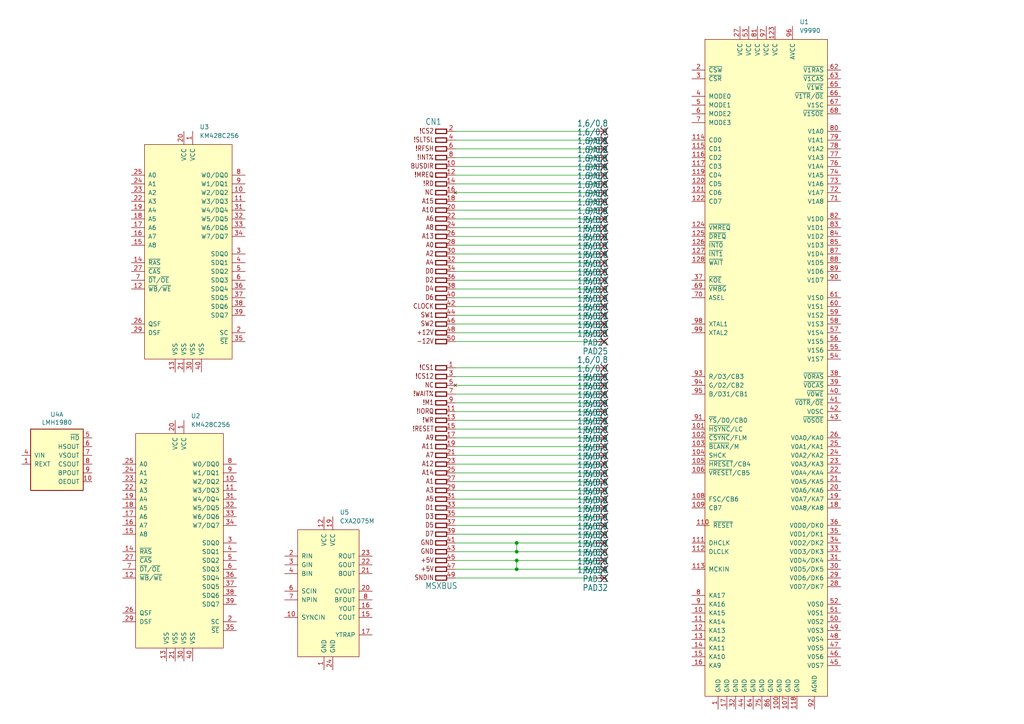
<source format=kicad_sch>
(kicad_sch (version 20211123) (generator eeschema)
  (paper "A4")
  (lib_symbols
    (symbol "BlankMSXCartHSH-eagle-import:1,6{slash}0,8"
      (property "Reference" "PAD" (at -1.143 1.8542 0))
      (property "Value" "1,6{slash}0,8" (at -1.143 -3.302 0))
      (symbol "1,6{slash}0,8_1_0"
        (pin passive line (at 2.54 0 180) (length 2.54) (name "P") (number "1"))
      )
    )
    (symbol "BlankMSXCartHSH-eagle-import:MSXBUS_EDGE"
      (property "Reference" "CN" (at -6.223 67.8688 0))
      (property "Value" "MSXBUS_EDGE" (at -6.223 -66.7512 0))
      (symbol "MSXBUS_EDGE_1_0"
        (text "!CS1" (at -3.683 -3.2512 0) (effects (font (size 1.4224 1.209)) (justify right bottom)))
        (text "!CS12" (at -3.683 -5.7912 0) (effects (font (size 1.4224 1.209)) (justify right bottom)))
        (text "!CS2" (at -3.683 65.3288 0) (effects (font (size 1.4224 1.209)) (justify right bottom)))
        (text "!INT%" (at -3.683 57.7088 0) (effects (font (size 1.4224 1.209)) (justify right bottom)))
        (text "!IORQ" (at -3.683 -15.9512 0) (effects (font (size 1.4224 1.209)) (justify right bottom)))
        (text "!M1" (at -3.683 -13.4112 0) (effects (font (size 1.4224 1.209)) (justify right bottom)))
        (text "!MREQ" (at -3.683 52.6288 0) (effects (font (size 1.4224 1.209)) (justify right bottom)))
        (text "!RD" (at -3.683 50.0888 0) (effects (font (size 1.4224 1.209)) (justify right bottom)))
        (text "!RESET" (at -3.683 -21.0312 0) (effects (font (size 1.4224 1.209)) (justify right bottom)))
        (text "!RFSH" (at -3.683 60.2488 0) (effects (font (size 1.4224 1.209)) (justify right bottom)))
        (text "!SLTSL" (at -3.683 62.7888 0) (effects (font (size 1.4224 1.209)) (justify right bottom)))
        (text "!WAIT%" (at -3.683 -10.8712 0) (effects (font (size 1.4224 1.209)) (justify right bottom)))
        (text "!WR" (at -3.683 -18.4912 0) (effects (font (size 1.4224 1.209)) (justify right bottom)))
        (text "+12V" (at -3.683 6.9088 0) (effects (font (size 1.4224 1.209)) (justify right bottom)))
        (text "+5V" (at -3.683 -61.6712 0) (effects (font (size 1.4224 1.209)) (justify right bottom)))
        (text "+5V" (at -3.683 -59.1312 0) (effects (font (size 1.4224 1.209)) (justify right bottom)))
        (text "-12V" (at -3.683 4.3688 0) (effects (font (size 1.4224 1.209)) (justify right bottom)))
        (text "A0" (at -3.683 32.3088 0) (effects (font (size 1.4224 1.209)) (justify right bottom)))
        (text "A1" (at -3.683 -36.2712 0) (effects (font (size 1.4224 1.209)) (justify right bottom)))
        (text "A10" (at -3.683 42.4688 0) (effects (font (size 1.4224 1.209)) (justify right bottom)))
        (text "A11" (at -3.683 -26.1112 0) (effects (font (size 1.4224 1.209)) (justify right bottom)))
        (text "A12" (at -3.683 -31.1912 0) (effects (font (size 1.4224 1.209)) (justify right bottom)))
        (text "A13" (at -3.683 34.8488 0) (effects (font (size 1.4224 1.209)) (justify right bottom)))
        (text "A14" (at -3.683 -33.7312 0) (effects (font (size 1.4224 1.209)) (justify right bottom)))
        (text "A15" (at -3.683 45.0088 0) (effects (font (size 1.4224 1.209)) (justify right bottom)))
        (text "A2" (at -3.683 29.7688 0) (effects (font (size 1.4224 1.209)) (justify right bottom)))
        (text "A3" (at -3.683 -38.8112 0) (effects (font (size 1.4224 1.209)) (justify right bottom)))
        (text "A4" (at -3.683 27.2288 0) (effects (font (size 1.4224 1.209)) (justify right bottom)))
        (text "A5" (at -3.683 -41.3512 0) (effects (font (size 1.4224 1.209)) (justify right bottom)))
        (text "A6" (at -3.683 39.9288 0) (effects (font (size 1.4224 1.209)) (justify right bottom)))
        (text "A7" (at -3.683 -28.6512 0) (effects (font (size 1.4224 1.209)) (justify right bottom)))
        (text "A8" (at -3.683 37.3888 0) (effects (font (size 1.4224 1.209)) (justify right bottom)))
        (text "A9" (at -3.683 -23.5712 0) (effects (font (size 1.4224 1.209)) (justify right bottom)))
        (text "BUSDIR" (at -3.683 55.1688 0) (effects (font (size 1.4224 1.209)) (justify right bottom)))
        (text "CLOCK" (at -3.683 14.5288 0) (effects (font (size 1.4224 1.209)) (justify right bottom)))
        (text "D0" (at -3.683 24.6888 0) (effects (font (size 1.4224 1.209)) (justify right bottom)))
        (text "D1" (at -3.683 -43.8912 0) (effects (font (size 1.4224 1.209)) (justify right bottom)))
        (text "D2" (at -3.683 22.1488 0) (effects (font (size 1.4224 1.209)) (justify right bottom)))
        (text "D3" (at -3.683 -46.4312 0) (effects (font (size 1.4224 1.209)) (justify right bottom)))
        (text "D4" (at -3.683 19.6088 0) (effects (font (size 1.4224 1.209)) (justify right bottom)))
        (text "D5" (at -3.683 -48.9712 0) (effects (font (size 1.4224 1.209)) (justify right bottom)))
        (text "D6" (at -3.683 17.0688 0) (effects (font (size 1.4224 1.209)) (justify right bottom)))
        (text "D7" (at -3.683 -51.5112 0) (effects (font (size 1.4224 1.209)) (justify right bottom)))
        (text "GND" (at -3.683 -56.5912 0) (effects (font (size 1.4224 1.209)) (justify right bottom)))
        (text "GND" (at -3.683 -54.0512 0) (effects (font (size 1.4224 1.209)) (justify right bottom)))
        (text "NC" (at -3.683 -8.3312 0) (effects (font (size 1.4224 1.209)) (justify right bottom)))
        (text "NC" (at -3.683 47.5488 0) (effects (font (size 1.4224 1.209)) (justify right bottom)))
        (text "SNDIN" (at -3.683 -64.2112 0) (effects (font (size 1.4224 1.209)) (justify right bottom)))
        (text "SW1" (at -3.683 11.9888 0) (effects (font (size 1.4224 1.209)) (justify right bottom)))
        (text "SW2" (at -3.683 9.4488 0) (effects (font (size 1.4224 1.209)) (justify right bottom)))
        (pin output line (at 2.54 -2.54 180) (length 2.54) (name "1.~{CS1}") (number "1"))
        (pin open_collector line (at 2.54 55.88 180) (length 2.54) (name "10.BUSDIR") (number "10"))
        (pin output line (at 2.54 -15.24 180) (length 2.54) (name "11.~{IORQ}") (number "11"))
        (pin output line (at 2.54 53.34 180) (length 2.54) (name "12.~{MREQ}") (number "12"))
        (pin output line (at 2.54 -17.78 180) (length 2.54) (name "13.~{WR}") (number "13"))
        (pin output line (at 2.54 50.8 180) (length 2.54) (name "14.~{RD}") (number "14"))
        (pin output line (at 2.54 -20.32 180) (length 2.54) (name "15.~{RESET}") (number "15"))
        (pin no_connect line (at 2.54 48.26 180) (length 2.54) (name "16.NC") (number "16"))
        (pin output line (at 2.54 -22.86 180) (length 2.54) (name "17.A9") (number "17"))
        (pin output line (at 2.54 45.72 180) (length 2.54) (name "18.A15") (number "18"))
        (pin output line (at 2.54 -25.4 180) (length 2.54) (name "19.A11") (number "19"))
        (pin output line (at 2.54 66.04 180) (length 2.54) (name "2.~{CS2}") (number "2"))
        (pin output line (at 2.54 43.18 180) (length 2.54) (name "20.A10") (number "20"))
        (pin output line (at 2.54 -27.94 180) (length 2.54) (name "21.A7") (number "21"))
        (pin output line (at 2.54 40.64 180) (length 2.54) (name "22.A6") (number "22"))
        (pin output line (at 2.54 -30.48 180) (length 2.54) (name "23.A12") (number "23"))
        (pin output line (at 2.54 38.1 180) (length 2.54) (name "24.A8") (number "24"))
        (pin output line (at 2.54 -33.02 180) (length 2.54) (name "25.A14") (number "25"))
        (pin output line (at 2.54 35.56 180) (length 2.54) (name "26.A13") (number "26"))
        (pin output line (at 2.54 -35.56 180) (length 2.54) (name "27.A1") (number "27"))
        (pin output line (at 2.54 33.02 180) (length 2.54) (name "28.A0") (number "28"))
        (pin output line (at 2.54 -38.1 180) (length 2.54) (name "29.A3") (number "29"))
        (pin output line (at 2.54 -5.08 180) (length 2.54) (name "3.~{CS12}") (number "3"))
        (pin output line (at 2.54 30.48 180) (length 2.54) (name "30.A2") (number "30"))
        (pin output line (at 2.54 -40.64 180) (length 2.54) (name "31.A5") (number "31"))
        (pin output line (at 2.54 27.94 180) (length 2.54) (name "32.A4") (number "32"))
        (pin bidirectional line (at 2.54 -43.18 180) (length 2.54) (name "33.D1") (number "33"))
        (pin bidirectional line (at 2.54 25.4 180) (length 2.54) (name "34.D0") (number "34"))
        (pin bidirectional line (at 2.54 -45.72 180) (length 2.54) (name "35.D3") (number "35"))
        (pin bidirectional line (at 2.54 22.86 180) (length 2.54) (name "36.D2") (number "36"))
        (pin bidirectional line (at 2.54 -48.26 180) (length 2.54) (name "37.D5") (number "37"))
        (pin bidirectional line (at 2.54 20.32 180) (length 2.54) (name "38.D4") (number "38"))
        (pin bidirectional line (at 2.54 -50.8 180) (length 2.54) (name "39.D7") (number "39"))
        (pin output line (at 2.54 63.5 180) (length 2.54) (name "4.~{SLTSL}") (number "4"))
        (pin bidirectional line (at 2.54 17.78 180) (length 2.54) (name "40.D6") (number "40"))
        (pin passive line (at 2.54 -53.34 180) (length 2.54) (name "41.GND") (number "41"))
        (pin output line (at 2.54 15.24 180) (length 2.54) (name "42.CLOCK") (number "42"))
        (pin passive line (at 2.54 -55.88 180) (length 2.54) (name "43.GND") (number "43"))
        (pin passive line (at 2.54 12.7 180) (length 2.54) (name "44.SW1") (number "44"))
        (pin passive line (at 2.54 -58.42 180) (length 2.54) (name "45.+5V") (number "45"))
        (pin passive line (at 2.54 10.16 180) (length 2.54) (name "46.SW2") (number "46"))
        (pin passive line (at 2.54 -60.96 180) (length 2.54) (name "47.+5V") (number "47"))
        (pin passive line (at 2.54 7.62 180) (length 2.54) (name "48.+12V") (number "48"))
        (pin open_collector line (at 2.54 -63.5 180) (length 2.54) (name "49.SNDIN") (number "49"))
        (pin no_connect line (at 2.54 -7.62 180) (length 2.54) (name "5.NC") (number "5"))
        (pin passive line (at 2.54 5.08 180) (length 2.54) (name "50.-12V") (number "50"))
        (pin output line (at 2.54 60.96 180) (length 2.54) (name "6.~{RFSH}") (number "6"))
        (pin open_collector line (at 2.54 -10.16 180) (length 2.54) (name "7.~{WAIT%}") (number "7"))
        (pin open_collector line (at 2.54 58.42 180) (length 2.54) (name "8.~{INT%}") (number "8"))
        (pin output line (at 2.54 -12.7 180) (length 2.54) (name "9.~{M1}") (number "9"))
      )
    )
    (symbol "LRJ-parts:LMH1980" (pin_names (offset 1.016))
      (property "Reference" "U" (at -11.43 11.43 0))
      (property "Value" "LMH1980" (at 3.81 11.43 0))
      (symbol "LMH1980_1_1"
        (pin input line (at -10.16 0 0) (length 2.54) (name "REXT") (number "1"))
        (pin output line (at 10.16 -5.08 180) (length 2.54) (name "OEOUT") (number "10"))
        (pin input line (at -10.16 2.54 0) (length 2.54) (name "VIN") (number "4"))
        (pin output line (at 10.16 7.62 180) (length 2.54) (name "~{HD}") (number "5"))
        (pin output line (at 10.16 5.08 180) (length 2.54) (name "HSOUT") (number "6"))
        (pin output line (at 10.16 2.54 180) (length 2.54) (name "VSOUT") (number "7"))
        (pin output line (at 10.16 0 180) (length 2.54) (name "CSOUT") (number "8"))
        (pin output line (at 10.16 -2.54 180) (length 2.54) (name "BPOUT") (number "9"))
      )
      (symbol "LMH1980_2_1"
        (pin power_in line (at 0 -7.62 90) (length 2.54) (name "GND") (number "2"))
        (pin power_in line (at 0 7.62 270) (length 2.54) (name "VCC") (number "3"))
      )
    )
    (symbol "TRH9000:CXA2075M" (pin_names (offset 1.016))
      (property "Reference" "U" (at -8.89 20.32 0))
      (property "Value" "CXA2075M" (at 7.62 20.32 0))
      (symbol "CXA2075M_1_1"
        (pin power_in line (at -1.27 -21.59 90) (length 3.81) (name "GND") (number "1"))
        (pin input line (at -12.7 -6.35 0) (length 3.81) (name "SYNCIN") (number "10"))
        (pin no_connect line (at -12.7 -8.89 0) (length 3.81) hide (name "NC") (number "11"))
        (pin power_in line (at -1.27 22.86 270) (length 3.81) (name "VCC") (number "12"))
        (pin no_connect line (at 12.7 13.97 180) (length 3.81) hide (name "NC") (number "13"))
        (pin no_connect line (at 11.43 -8.89 180) (length 3.81) hide (name "NC") (number "14"))
        (pin output line (at 12.7 -6.35 180) (length 3.81) (name "COUT") (number "15"))
        (pin output line (at 12.7 -3.81 180) (length 3.81) (name "YOUT") (number "16"))
        (pin input line (at 12.7 -11.43 180) (length 3.81) (name "YTRAP") (number "17"))
        (pin no_connect line (at 11.43 -13.97 180) (length 3.81) hide (name "NC") (number "18"))
        (pin power_in line (at 1.27 22.86 270) (length 3.81) (name "VCC") (number "19"))
        (pin input line (at -12.7 11.43 0) (length 3.81) (name "RIN") (number "2"))
        (pin output line (at 12.7 1.27 180) (length 3.81) (name "CVOUT") (number "20"))
        (pin output line (at 12.7 6.35 180) (length 3.81) (name "BOUT") (number "21"))
        (pin output line (at 12.7 8.89 180) (length 3.81) (name "GOUT") (number "22"))
        (pin output line (at 12.7 11.43 180) (length 3.81) (name "ROUT") (number "23"))
        (pin power_in line (at 1.27 -21.59 90) (length 3.81) (name "GND") (number "24"))
        (pin input line (at -12.7 8.89 0) (length 3.81) (name "GIN") (number "3"))
        (pin input line (at -12.7 6.35 0) (length 3.81) (name "BIN") (number "4"))
        (pin no_connect line (at -12.7 3.81 0) (length 3.81) hide (name "NC") (number "5"))
        (pin input line (at -12.7 1.27 0) (length 3.81) (name "SCIN") (number "6"))
        (pin input line (at -12.7 -1.27 0) (length 3.81) (name "NPIN") (number "7"))
        (pin output line (at 12.7 -1.27 180) (length 3.81) (name "BFOUT") (number "8"))
        (pin no_connect line (at -12.7 -3.81 0) (length 3.81) hide (name "NC") (number "9"))
      )
    )
    (symbol "TRH9000:KM428C256" (pin_names (offset 1.016))
      (property "Reference" "U" (at -11.43 30.48 0))
      (property "Value" "KM428C256" (at 8.89 30.48 0))
      (symbol "KM428C256_1_1"
        (pin power_in line (at 1.27 33.02 270) (length 3.81) (name "VCC") (number "1"))
        (pin bidirectional line (at 16.51 15.24 180) (length 3.81) (name "W2/DQ2") (number "10"))
        (pin bidirectional line (at 16.51 12.7 180) (length 3.81) (name "W3/DQ3") (number "11"))
        (pin input line (at -16.51 -12.7 0) (length 3.81) (name "~{WB}/~{WE}") (number "12"))
        (pin power_in line (at -3.81 -36.83 90) (length 3.81) (name "VSS") (number "13"))
        (pin input line (at -16.51 -5.08 0) (length 3.81) (name "~{RAS}") (number "14"))
        (pin input line (at -16.51 0 0) (length 3.81) (name "A8") (number "15"))
        (pin input line (at -16.51 2.54 0) (length 3.81) (name "A7") (number "16"))
        (pin input line (at -16.51 5.08 0) (length 3.81) (name "A6") (number "17"))
        (pin input line (at -16.51 7.62 0) (length 3.81) (name "A5") (number "18"))
        (pin input line (at -16.51 10.16 0) (length 3.81) (name "A4") (number "19"))
        (pin input line (at 16.51 -25.4 180) (length 3.81) (name "SC") (number "2"))
        (pin power_in line (at -1.27 33.02 270) (length 3.81) (name "VCC") (number "20"))
        (pin power_in line (at -1.27 -36.83 90) (length 3.81) (name "VSS") (number "21"))
        (pin input line (at -16.51 12.7 0) (length 3.81) (name "A3") (number "22"))
        (pin input line (at -16.51 15.24 0) (length 3.81) (name "A2") (number "23"))
        (pin input line (at -16.51 17.78 0) (length 3.81) (name "A1") (number "24"))
        (pin input line (at -16.51 20.32 0) (length 3.81) (name "A0") (number "25"))
        (pin input line (at -16.51 -22.86 0) (length 3.81) (name "QSF") (number "26"))
        (pin input line (at -16.51 -7.62 0) (length 3.81) (name "~{CAS}") (number "27"))
        (pin no_connect line (at 16.51 0 180) (length 3.81) hide (name "N/C") (number "28"))
        (pin input line (at -16.51 -25.4 0) (length 3.81) (name "DSF") (number "29"))
        (pin bidirectional line (at 16.51 -2.54 180) (length 3.81) (name "SDQ0") (number "3"))
        (pin power_in line (at 1.27 -36.83 90) (length 3.81) (name "VSS") (number "30"))
        (pin bidirectional line (at 16.51 10.16 180) (length 3.81) (name "W4/DQ4") (number "31"))
        (pin bidirectional line (at 16.51 7.62 180) (length 3.81) (name "W5/DQ5") (number "32"))
        (pin bidirectional line (at 16.51 5.08 180) (length 3.81) (name "W6/DQ6") (number "33"))
        (pin bidirectional line (at 16.51 2.54 180) (length 3.81) (name "W7/DQ7") (number "34"))
        (pin input line (at 16.51 -27.94 180) (length 3.81) (name "~{SE}") (number "35"))
        (pin bidirectional line (at 16.51 -12.7 180) (length 3.81) (name "SDQ4") (number "36"))
        (pin bidirectional line (at 16.51 -15.24 180) (length 3.81) (name "SDQ5") (number "37"))
        (pin bidirectional line (at 16.51 -17.78 180) (length 3.81) (name "SDQ6") (number "38"))
        (pin bidirectional line (at 16.51 -20.32 180) (length 3.81) (name "SDQ7") (number "39"))
        (pin bidirectional line (at 16.51 -5.08 180) (length 3.81) (name "SDQ1") (number "4"))
        (pin power_in line (at 3.81 -36.83 90) (length 3.81) (name "VSS") (number "40"))
        (pin bidirectional line (at 16.51 -7.62 180) (length 3.81) (name "SDQ2") (number "5"))
        (pin bidirectional line (at 16.51 -10.16 180) (length 3.81) (name "SDQ3") (number "6"))
        (pin input line (at -16.51 -10.16 0) (length 3.81) (name "~{DT}/~{OE}") (number "7"))
        (pin bidirectional line (at 16.51 20.32 180) (length 3.81) (name "W0/DQ0") (number "8"))
        (pin bidirectional line (at 16.51 17.78 180) (length 3.81) (name "W1/DQ1") (number "9"))
      )
    )
    (symbol "TRH9000:V9990-old" (pin_names (offset 1.016))
      (property "Reference" "U" (at 0 0 0))
      (property "Value" "V9990-old" (at 0 0 0))
      (symbol "V9990-old_1_1"
        (pin power_in line (at -13.97 -99.06 90) (length 3.81) (name "GND") (number "1"))
        (pin output line (at -21.59 -71.12 0) (length 3.81) (name "KA15") (number "10"))
        (pin power_in line (at 3.81 -99.06 90) (length 3.81) (name "GND") (number "100"))
        (pin output line (at -21.59 -17.78 0) (length 3.81) (name "~{HSYNC}/LC") (number "101"))
        (pin output line (at -21.59 -20.32 0) (length 3.81) (name "~{CSYNC}/FLM") (number "102"))
        (pin output line (at -21.59 -22.86 0) (length 3.81) (name "~{BLANK}/M") (number "103"))
        (pin output line (at -21.59 -25.4 0) (length 3.81) (name "SHCK") (number "104"))
        (pin bidirectional line (at -21.59 -27.94 0) (length 3.81) (name "~{HRESET}/CB4") (number "105"))
        (pin bidirectional line (at -21.59 -30.48 0) (length 3.81) (name "~{VRESET}/CB5") (number "106"))
        (pin power_in line (at 6.35 -99.06 90) (length 3.81) (name "GND") (number "107"))
        (pin output line (at -21.59 -38.1 0) (length 3.81) (name "FSC/CB6") (number "108"))
        (pin output line (at -21.59 -40.64 0) (length 3.81) (name "CB7") (number "109"))
        (pin output line (at -21.59 -73.66 0) (length 3.81) (name "KA14") (number "11"))
        (pin input line (at -20.32 -45.72 0) (length 3.81) (name "~{RESET}") (number "110"))
        (pin output line (at -21.59 -50.8 0) (length 3.81) (name "DHCLK") (number "111"))
        (pin output line (at -21.59 -53.34 0) (length 3.81) (name "DLCLK") (number "112"))
        (pin input line (at -21.59 -58.42 0) (length 3.81) (name "MCKIN") (number "113"))
        (pin bidirectional line (at -21.59 66.04 0) (length 3.81) (name "CD0") (number "114"))
        (pin bidirectional line (at -21.59 63.5 0) (length 3.81) (name "CD1") (number "115"))
        (pin bidirectional line (at -21.59 60.96 0) (length 3.81) (name "CD2") (number "116"))
        (pin bidirectional line (at -21.59 58.42 0) (length 3.81) (name "CD3") (number "117"))
        (pin power_in line (at 8.89 -99.06 90) (length 3.81) (name "GND") (number "118"))
        (pin bidirectional line (at -21.59 55.88 0) (length 3.81) (name "CD4") (number "119"))
        (pin output line (at -21.59 -76.2 0) (length 3.81) (name "KA13") (number "12"))
        (pin bidirectional line (at -21.59 53.34 0) (length 3.81) (name "CD5") (number "120"))
        (pin bidirectional line (at -21.59 50.8 0) (length 3.81) (name "CD6") (number "121"))
        (pin bidirectional line (at -21.59 48.26 0) (length 3.81) (name "CD7") (number "122"))
        (pin power_in line (at 2.54 99.06 270) (length 3.81) (name "VCC") (number "123"))
        (pin input line (at -21.59 40.64 0) (length 3.81) (name "~{VMREQ}") (number "124"))
        (pin output line (at -21.59 38.1 0) (length 3.81) (name "~{DREQ}") (number "125"))
        (pin open_collector line (at -21.59 35.56 0) (length 3.81) (name "~{INT0}") (number "126"))
        (pin open_collector line (at -21.59 33.02 0) (length 3.81) (name "~{INT1}") (number "127"))
        (pin output line (at -21.59 30.48 0) (length 3.81) (name "~{WAIT}") (number "128"))
        (pin output line (at -21.59 -78.74 0) (length 3.81) (name "KA12") (number "13"))
        (pin output line (at -21.59 -81.28 0) (length 3.81) (name "KA11") (number "14"))
        (pin output line (at -21.59 -83.82 0) (length 3.81) (name "KA10") (number "15"))
        (pin output line (at -21.59 -86.36 0) (length 3.81) (name "KA9") (number "16"))
        (pin power_in line (at -11.43 -99.06 90) (length 3.81) (name "GND") (number "17"))
        (pin output line (at 21.59 -40.64 180) (length 3.81) (name "V0A8/KA8") (number "18"))
        (pin output line (at 21.59 -38.1 180) (length 3.81) (name "V0A7/KA7") (number "19"))
        (pin input line (at -21.59 86.36 0) (length 3.81) (name "~{CSW}") (number "2"))
        (pin output line (at 21.59 -35.56 180) (length 3.81) (name "V0A6/KA6") (number "20"))
        (pin output line (at 21.59 -33.02 180) (length 3.81) (name "V0A5/KA5") (number "21"))
        (pin output line (at 21.59 -30.48 180) (length 3.81) (name "V0A4/KA4") (number "22"))
        (pin output line (at 21.59 -27.94 180) (length 3.81) (name "V0A3/KA3") (number "23"))
        (pin output line (at 21.59 -25.4 180) (length 3.81) (name "V0A2/KA2") (number "24"))
        (pin output line (at 21.59 -22.86 180) (length 3.81) (name "V0A1/KA1") (number "25"))
        (pin output line (at 21.59 -20.32 180) (length 3.81) (name "V0A0/KA0") (number "26"))
        (pin power_in line (at -7.62 99.06 270) (length 3.81) (name "VCC") (number "27"))
        (pin bidirectional line (at 21.59 -63.5 180) (length 3.81) (name "V0D7/DK7") (number "28"))
        (pin bidirectional line (at 21.59 -60.96 180) (length 3.81) (name "V0D6/DK6") (number "29"))
        (pin input line (at -21.59 83.82 0) (length 3.81) (name "~{CSR}") (number "3"))
        (pin bidirectional line (at 21.59 -58.42 180) (length 3.81) (name "V0D5/DK5") (number "30"))
        (pin bidirectional line (at 21.59 -55.88 180) (length 3.81) (name "V0D4/DK4") (number "31"))
        (pin power_in line (at -8.89 -99.06 90) (length 3.81) (name "GND") (number "32"))
        (pin bidirectional line (at 21.59 -53.34 180) (length 3.81) (name "V0D3/DK3") (number "33"))
        (pin bidirectional line (at 21.59 -50.8 180) (length 3.81) (name "V0D2/DK2") (number "34"))
        (pin bidirectional line (at 21.59 -48.26 180) (length 3.81) (name "V0D1/DK1") (number "35"))
        (pin bidirectional line (at 21.59 -45.72 180) (length 3.81) (name "V0D0/DK0") (number "36"))
        (pin output line (at -21.59 25.4 0) (length 3.81) (name "~{KOE}") (number "37"))
        (pin output line (at 21.59 -2.54 180) (length 3.81) (name "~{V0RAS}") (number "38"))
        (pin output line (at 21.59 -5.08 180) (length 3.81) (name "~{V0CAS}") (number "39"))
        (pin input line (at -21.59 78.74 0) (length 3.81) (name "MODE0") (number "4"))
        (pin output line (at 21.59 -7.62 180) (length 3.81) (name "~{V0WE}") (number "40"))
        (pin output line (at 21.59 -10.16 180) (length 3.81) (name "~{V0TR}/~{OE}") (number "41"))
        (pin output line (at 21.59 -12.7 180) (length 3.81) (name "V0SC") (number "42"))
        (pin output line (at 21.59 -15.24 180) (length 3.81) (name "~{V0SOE}") (number "43"))
        (pin power_in line (at -6.35 -99.06 90) (length 3.81) (name "GND") (number "44"))
        (pin input line (at 21.59 -86.36 180) (length 3.81) (name "V0S7") (number "45"))
        (pin input line (at 21.59 -83.82 180) (length 3.81) (name "V0S6") (number "46"))
        (pin input line (at 21.59 -81.28 180) (length 3.81) (name "V0S5") (number "47"))
        (pin input line (at 21.59 -78.74 180) (length 3.81) (name "V0S4") (number "48"))
        (pin input line (at 21.59 -76.2 180) (length 3.81) (name "V0S3") (number "49"))
        (pin input line (at -21.59 76.2 0) (length 3.81) (name "MODE1") (number "5"))
        (pin input line (at 21.59 -73.66 180) (length 3.81) (name "V0S2") (number "50"))
        (pin input line (at 21.59 -71.12 180) (length 3.81) (name "V0S1") (number "51"))
        (pin input line (at 21.59 -68.58 180) (length 3.81) (name "V0S0") (number "52"))
        (pin power_in line (at -5.08 99.06 270) (length 3.81) (name "VCC") (number "53"))
        (pin input line (at 21.59 2.54 180) (length 3.81) (name "V1S7") (number "54"))
        (pin input line (at 21.59 5.08 180) (length 3.81) (name "V1S6") (number "55"))
        (pin input line (at 21.59 7.62 180) (length 3.81) (name "V1S5") (number "56"))
        (pin input line (at 21.59 10.16 180) (length 3.81) (name "V1S4") (number "57"))
        (pin input line (at 21.59 12.7 180) (length 3.81) (name "V1S3") (number "58"))
        (pin input line (at 21.59 15.24 180) (length 3.81) (name "V1S2") (number "59"))
        (pin input line (at -21.59 73.66 0) (length 3.81) (name "MODE2") (number "6"))
        (pin input line (at 21.59 17.78 180) (length 3.81) (name "V1S1") (number "60"))
        (pin input line (at 21.59 20.32 180) (length 3.81) (name "V1S0") (number "61"))
        (pin output line (at 21.59 86.36 180) (length 3.81) (name "~{V1RAS}") (number "62"))
        (pin output line (at 21.59 83.82 180) (length 3.81) (name "~{V1CAS}") (number "63"))
        (pin power_in line (at -3.81 -99.06 90) (length 3.81) (name "GND") (number "64"))
        (pin output line (at 21.59 81.28 180) (length 3.81) (name "~{V1WE}") (number "65"))
        (pin output line (at 21.59 78.74 180) (length 3.81) (name "~{V1TR}/~{OE}") (number "66"))
        (pin output line (at 21.59 76.2 180) (length 3.81) (name "V1SC") (number "67"))
        (pin output line (at 21.59 73.66 180) (length 3.81) (name "~{V1SOE}") (number "68"))
        (pin output line (at -21.59 22.86 0) (length 3.81) (name "~{VMBG}") (number "69"))
        (pin input line (at -21.59 71.12 0) (length 3.81) (name "MODE3") (number "7"))
        (pin output line (at -21.59 20.32 0) (length 3.81) (name "ASEL") (number "70"))
        (pin output line (at 21.59 48.26 180) (length 3.81) (name "V1A8") (number "71"))
        (pin output line (at 21.59 50.8 180) (length 3.81) (name "V1A7") (number "72"))
        (pin output line (at 21.59 53.34 180) (length 3.81) (name "V1A6") (number "73"))
        (pin output line (at 21.59 55.88 180) (length 3.81) (name "V1A5") (number "74"))
        (pin power_in line (at -1.27 -99.06 90) (length 3.81) (name "GND") (number "75"))
        (pin output line (at 21.59 58.42 180) (length 3.81) (name "V1A4") (number "76"))
        (pin output line (at 21.59 60.96 180) (length 3.81) (name "V1A3") (number "77"))
        (pin output line (at 21.59 63.5 180) (length 3.81) (name "V1A2") (number "78"))
        (pin output line (at 21.59 66.04 180) (length 3.81) (name "V1A1") (number "79"))
        (pin output line (at -21.59 -66.04 0) (length 3.81) (name "KA17") (number "8"))
        (pin output line (at 21.59 68.58 180) (length 3.81) (name "V1A0") (number "80"))
        (pin power_in line (at -2.54 99.06 270) (length 3.81) (name "VCC") (number "81"))
        (pin bidirectional line (at 21.59 43.18 180) (length 3.81) (name "V1D0") (number "82"))
        (pin bidirectional line (at 21.59 40.64 180) (length 3.81) (name "V1D1") (number "83"))
        (pin bidirectional line (at 21.59 38.1 180) (length 3.81) (name "V1D2") (number "84"))
        (pin bidirectional line (at 21.59 35.56 180) (length 3.81) (name "V1D3") (number "85"))
        (pin power_in line (at 1.27 -99.06 90) (length 3.81) (name "GND") (number "86"))
        (pin bidirectional line (at 21.59 33.02 180) (length 3.81) (name "V1D4") (number "87"))
        (pin bidirectional line (at 21.59 30.48 180) (length 3.81) (name "V1D5") (number "88"))
        (pin bidirectional line (at 21.59 27.94 180) (length 3.81) (name "V1D6") (number "89"))
        (pin output line (at -21.59 -68.58 0) (length 3.81) (name "KA16") (number "9"))
        (pin bidirectional line (at 21.59 25.4 180) (length 3.81) (name "V1D7") (number "90"))
        (pin output line (at -21.59 -15.24 0) (length 3.81) (name "~{YS}/D0/CB0") (number "91"))
        (pin power_in line (at 13.97 -99.06 90) (length 3.81) (name "AGND") (number "92"))
        (pin output line (at -21.59 -2.54 0) (length 3.81) (name "R/D3/CB3") (number "93"))
        (pin output line (at -21.59 -5.08 0) (length 3.81) (name "G/D2/CB2") (number "94"))
        (pin output line (at -21.59 -7.62 0) (length 3.81) (name "B/D31/CB1") (number "95"))
        (pin power_in line (at 7.62 99.06 270) (length 3.81) (name "AVCC") (number "96"))
        (pin power_in line (at 0 99.06 270) (length 3.81) (name "VCC") (number "97"))
        (pin input line (at -21.59 12.7 0) (length 3.81) (name "XTAL1") (number "98"))
        (pin output line (at -21.59 10.16 0) (length 3.81) (name "XTAL2") (number "99"))
      )
    )
  )
  (junction (at 149.86 165.1))
  (junction (at 149.86 157.48))
  (junction (at 149.86 160.02))
  (junction (at 149.86 162.56))
  (wire (pts (xy 172.72 60.96) (xy 132.08 60.96)))
  (wire (pts (xy 172.72 106.68) (xy 132.08 106.68)))
  (wire (pts (xy 172.72 121.92) (xy 132.08 121.92)))
  (wire (pts (xy 172.72 53.34) (xy 132.08 53.34)))
  (wire (pts (xy 172.72 45.72) (xy 132.08 45.72)))
  (wire (pts (xy 172.72 78.74) (xy 132.08 78.74)))
  (wire (pts (xy 172.72 50.8) (xy 132.08 50.8)))
  (wire (pts (xy 172.72 124.46) (xy 132.08 124.46)))
  (wire (pts (xy 172.72 93.98) (xy 132.08 93.98)))
  (wire (pts (xy 172.72 83.82) (xy 132.08 83.82)))
  (wire (pts (xy 172.72 142.24) (xy 132.08 142.24)))
  (wire (pts (xy 172.72 114.3) (xy 132.08 114.3)))
  (wire (pts (xy 172.72 165.1) (xy 149.86 165.1)))
  (wire (pts (xy 149.86 165.1) (xy 149.86 162.56)))
  (wire (pts (xy 149.86 157.48) (xy 132.08 157.48)))
  (wire (pts (xy 172.72 88.9) (xy 132.08 88.9)))
  (wire (pts (xy 172.72 76.2) (xy 132.08 76.2)))
  (wire (pts (xy 172.72 55.88) (xy 132.08 55.88)))
  (wire (pts (xy 149.86 162.56) (xy 132.08 162.56)))
  (wire (pts (xy 149.86 160.02) (xy 132.08 160.02)))
  (wire (pts (xy 172.72 48.26) (xy 132.08 48.26)))
  (wire (pts (xy 172.72 38.1) (xy 132.08 38.1)))
  (wire (pts (xy 149.86 160.02) (xy 149.86 157.48)))
  (wire (pts (xy 172.72 58.42) (xy 132.08 58.42)))
  (wire (pts (xy 172.72 160.02) (xy 149.86 160.02)))
  (wire (pts (xy 172.72 86.36) (xy 132.08 86.36)))
  (wire (pts (xy 172.72 43.18) (xy 132.08 43.18)))
  (wire (pts (xy 172.72 149.86) (xy 132.08 149.86)))
  (wire (pts (xy 172.72 132.08) (xy 132.08 132.08)))
  (wire (pts (xy 172.72 71.12) (xy 132.08 71.12)))
  (wire (pts (xy 172.72 167.64) (xy 132.08 167.64)))
  (wire (pts (xy 172.72 157.48) (xy 149.86 157.48)))
  (wire (pts (xy 172.72 137.16) (xy 132.08 137.16)))
  (wire (pts (xy 172.72 81.28) (xy 132.08 81.28)))
  (wire (pts (xy 172.72 139.7) (xy 132.08 139.7)))
  (wire (pts (xy 172.72 144.78) (xy 132.08 144.78)))
  (wire (pts (xy 172.72 147.32) (xy 132.08 147.32)))
  (wire (pts (xy 172.72 66.04) (xy 132.08 66.04)))
  (wire (pts (xy 172.72 109.22) (xy 132.08 109.22)))
  (wire (pts (xy 172.72 111.76) (xy 132.08 111.76)))
  (wire (pts (xy 172.72 96.52) (xy 132.08 96.52)))
  (wire (pts (xy 172.72 91.44) (xy 132.08 91.44)))
  (wire (pts (xy 172.72 116.84) (xy 132.08 116.84)))
  (wire (pts (xy 172.72 68.58) (xy 132.08 68.58)))
  (wire (pts (xy 172.72 40.64) (xy 132.08 40.64)))
  (wire (pts (xy 172.72 99.06) (xy 132.08 99.06)))
  (wire (pts (xy 172.72 154.94) (xy 132.08 154.94)))
  (wire (pts (xy 172.72 63.5) (xy 132.08 63.5)))
  (wire (pts (xy 172.72 134.62) (xy 132.08 134.62)))
  (wire (pts (xy 172.72 162.56) (xy 149.86 162.56)))
  (wire (pts (xy 172.72 119.38) (xy 132.08 119.38)))
  (wire (pts (xy 172.72 127) (xy 132.08 127)))
  (wire (pts (xy 172.72 152.4) (xy 132.08 152.4)))
  (wire (pts (xy 149.86 165.1) (xy 132.08 165.1)))
  (wire (pts (xy 172.72 129.54) (xy 132.08 129.54)))
  (wire (pts (xy 172.72 73.66) (xy 132.08 73.66)))
  (symbol (lib_id "TRH9000:KM428C256") (at 52.07 154.94 0) (unit 1)
    (property "Reference" "U2" (at 55.3594 120.65 0) (effects (justify left)))
    (property "Value" "KM428C256" (at 55.3594 123.19 0) (effects (justify left)))
    (property "Footprint" "trh9000:SOJ-40_400mil" (effects hide))
  )
  (symbol (lib_id "BlankMSXCartHSH-eagle-import:1,6{slash}0,8") (at 175.26 162.56 180)
    (property "Reference" "PAD34" (at 176.403 164.4142 0) (effects (font (size 1.778 1.5113)) (justify left bottom)))
    (property "Value" "1,6{slash}0,8" (at 176.403 159.258 0) (effects (font (size 1.778 1.5113)) (justify left bottom)))
    (property "Footprint" "1,6_0,8" (effects hide))
  )
  (symbol (lib_id "BlankMSXCartHSH-eagle-import:1,6{slash}0,8") (at 175.26 116.84 180)
    (property "Reference" "PAD30" (at 176.403 118.6942 0) (effects (font (size 1.778 1.5113)) (justify left bottom)))
    (property "Value" "1,6{slash}0,8" (at 176.403 113.538 0) (effects (font (size 1.778 1.5113)) (justify left bottom)))
    (property "Footprint" "1,6_0,8" (effects hide))
  )
  (symbol (lib_id "BlankMSXCartHSH-eagle-import:1,6{slash}0,8") (at 175.26 124.46 180)
    (property "Reference" "PAD49" (at 176.403 126.3142 0) (effects (font (size 1.778 1.5113)) (justify left bottom)))
    (property "Value" "1,6{slash}0,8" (at 176.403 121.158 0) (effects (font (size 1.778 1.5113)) (justify left bottom)))
    (property "Footprint" "1,6_0,8" (effects hide))
  )
  (symbol (lib_id "BlankMSXCartHSH-eagle-import:1,6{slash}0,8") (at 175.26 66.04 180)
    (property "Reference" "PAD12" (at 176.403 67.8942 0) (effects (font (size 1.778 1.5113)) (justify left bottom)))
    (property "Value" "1,6{slash}0,8" (at 176.403 62.738 0) (effects (font (size 1.778 1.5113)) (justify left bottom)))
    (property "Footprint" "1,6_0,8" (effects hide))
  )
  (symbol (lib_id "BlankMSXCartHSH-eagle-import:1,6{slash}0,8") (at 175.26 157.48 180)
    (property "Reference" "PAD35" (at 176.403 159.3342 0) (effects (font (size 1.778 1.5113)) (justify left bottom)))
    (property "Value" "1,6{slash}0,8" (at 176.403 154.178 0) (effects (font (size 1.778 1.5113)) (justify left bottom)))
    (property "Footprint" "1,6_0,8" (effects hide))
  )
  (symbol (lib_id "BlankMSXCartHSH-eagle-import:1,6{slash}0,8") (at 175.26 114.3 180)
    (property "Reference" "PAD29" (at 176.403 116.1542 0) (effects (font (size 1.778 1.5113)) (justify left bottom)))
    (property "Value" "1,6{slash}0,8" (at 176.403 110.998 0) (effects (font (size 1.778 1.5113)) (justify left bottom)))
    (property "Footprint" "1,6_0,8" (effects hide))
  )
  (symbol (lib_id "BlankMSXCartHSH-eagle-import:1,6{slash}0,8") (at 175.26 149.86 180)
    (property "Reference" "PAD39" (at 176.403 151.7142 0) (effects (font (size 1.778 1.5113)) (justify left bottom)))
    (property "Value" "1,6{slash}0,8" (at 176.403 146.558 0) (effects (font (size 1.778 1.5113)) (justify left bottom)))
    (property "Footprint" "1,6_0,8" (effects hide))
  )
  (symbol (lib_id "BlankMSXCartHSH-eagle-import:1,6{slash}0,8") (at 175.26 109.22 180)
    (property "Reference" "PAD27" (at 176.403 111.0742 0) (effects (font (size 1.778 1.5113)) (justify left bottom)))
    (property "Value" "1,6{slash}0,8" (at 176.403 105.918 0) (effects (font (size 1.778 1.5113)) (justify left bottom)))
    (property "Footprint" "1,6_0,8" (effects hide))
  )
  (symbol (lib_id "BlankMSXCartHSH-eagle-import:1,6{slash}0,8") (at 175.26 50.8 180)
    (property "Reference" "PAD6" (at 176.403 52.6542 0) (effects (font (size 1.778 1.5113)) (justify left bottom)))
    (property "Value" "1,6{slash}0,8" (at 176.403 47.498 0) (effects (font (size 1.778 1.5113)) (justify left bottom)))
    (property "Footprint" "1,6_0,8" (effects hide))
  )
  (symbol (lib_id "BlankMSXCartHSH-eagle-import:1,6{slash}0,8") (at 175.26 93.98 180)
    (property "Reference" "PAD23" (at 176.403 95.8342 0) (effects (font (size 1.778 1.5113)) (justify left bottom)))
    (property "Value" "1,6{slash}0,8" (at 176.403 90.678 0) (effects (font (size 1.778 1.5113)) (justify left bottom)))
    (property "Footprint" "1,6_0,8" (effects hide))
  )
  (symbol (lib_id "BlankMSXCartHSH-eagle-import:1,6{slash}0,8") (at 175.26 78.74 180)
    (property "Reference" "PAD17" (at 176.403 80.5942 0) (effects (font (size 1.778 1.5113)) (justify left bottom)))
    (property "Value" "1,6{slash}0,8" (at 176.403 75.438 0) (effects (font (size 1.778 1.5113)) (justify left bottom)))
    (property "Footprint" "1,6_0,8" (effects hide))
  )
  (symbol (lib_id "BlankMSXCartHSH-eagle-import:1,6{slash}0,8") (at 175.26 144.78 180)
    (property "Reference" "PAD41" (at 176.403 146.6342 0) (effects (font (size 1.778 1.5113)) (justify left bottom)))
    (property "Value" "1,6{slash}0,8" (at 176.403 141.478 0) (effects (font (size 1.778 1.5113)) (justify left bottom)))
    (property "Footprint" "1,6_0,8" (effects hide))
  )
  (symbol (lib_id "BlankMSXCartHSH-eagle-import:1,6{slash}0,8") (at 175.26 165.1 180)
    (property "Reference" "PAD33" (at 176.403 166.9542 0) (effects (font (size 1.778 1.5113)) (justify left bottom)))
    (property "Value" "1,6{slash}0,8" (at 176.403 161.798 0) (effects (font (size 1.778 1.5113)) (justify left bottom)))
    (property "Footprint" "1,6_0,8" (effects hide))
  )
  (symbol (lib_id "BlankMSXCartHSH-eagle-import:1,6{slash}0,8") (at 175.26 48.26 180)
    (property "Reference" "PAD5" (at 176.403 50.1142 0) (effects (font (size 1.778 1.5113)) (justify left bottom)))
    (property "Value" "1,6{slash}0,8" (at 176.403 44.958 0) (effects (font (size 1.778 1.5113)) (justify left bottom)))
    (property "Footprint" "1,6_0,8" (effects hide))
  )
  (symbol (lib_id "LRJ-parts:LMH1980") (at 16.51 134.62 0) (unit 1)
    (property "Reference" "U4" (at 16.51 120.2182 0))
    (property "Value" "LMH1980" (at 16.51 122.5296 0))
    (property "Footprint" "Package_SO:VSSOP-10_3x3mm_P0.5mm" (effects hide))
    (property "Datasheet" "https://www.ti.com/general/docs/suppproductinfo.tsp?distId=10&gotoUrl=https%3A%2F%2Fwww.ti.com%2Flit%2Fgpn%2Flmh1980" (effects hide))
    (property "Manufacturer" "Texas Instruments" (effects hide))
    (property "MPN" "LMH1980MM/NOPBCT" (effects hide))
    (property "Description" " Video sync separator " (effects hide))
  )
  (symbol (lib_id "BlankMSXCartHSH-eagle-import:1,6{slash}0,8") (at 175.26 167.64 180)
    (property "Reference" "PAD32" (at 176.403 169.4942 0) (effects (font (size 1.778 1.5113)) (justify left bottom)))
    (property "Value" "1,6{slash}0,8" (at 176.403 164.338 0) (effects (font (size 1.778 1.5113)) (justify left bottom)))
    (property "Footprint" "1,6_0,8" (effects hide))
  )
  (symbol (lib_id "BlankMSXCartHSH-eagle-import:1,6{slash}0,8") (at 175.26 160.02 180)
    (property "Reference" "PAD28" (at 176.403 161.8742 0) (effects (font (size 1.778 1.5113)) (justify left bottom)))
    (property "Value" "1,6{slash}0,8" (at 176.403 156.718 0) (effects (font (size 1.778 1.5113)) (justify left bottom)))
    (property "Footprint" "1,6_0,8" (effects hide))
  )
  (symbol (lib_id "BlankMSXCartHSH-eagle-import:1,6{slash}0,8") (at 175.26 38.1 180)
    (property "Reference" "PAD1" (at 176.403 39.9542 0) (effects (font (size 1.778 1.5113)) (justify left bottom)))
    (property "Value" "1,6{slash}0,8" (at 176.403 34.798 0) (effects (font (size 1.778 1.5113)) (justify left bottom)))
    (property "Footprint" "1,6_0,8" (effects hide))
  )
  (symbol (lib_id "BlankMSXCartHSH-eagle-import:1,6{slash}0,8") (at 175.26 58.42 180)
    (property "Reference" "PAD9" (at 176.403 60.2742 0) (effects (font (size 1.778 1.5113)) (justify left bottom)))
    (property "Value" "1,6{slash}0,8" (at 176.403 55.118 0) (effects (font (size 1.778 1.5113)) (justify left bottom)))
    (property "Footprint" "1,6_0,8" (effects hide))
  )
  (symbol (lib_id "BlankMSXCartHSH-eagle-import:1,6{slash}0,8") (at 175.26 137.16 180)
    (property "Reference" "PAD44" (at 176.403 139.0142 0) (effects (font (size 1.778 1.5113)) (justify left bottom)))
    (property "Value" "1,6{slash}0,8" (at 176.403 133.858 0) (effects (font (size 1.778 1.5113)) (justify left bottom)))
    (property "Footprint" "1,6_0,8" (effects hide))
  )
  (symbol (lib_id "BlankMSXCartHSH-eagle-import:1,6{slash}0,8") (at 175.26 127 180)
    (property "Reference" "PAD48" (at 176.403 128.8542 0) (effects (font (size 1.778 1.5113)) (justify left bottom)))
    (property "Value" "1,6{slash}0,8" (at 176.403 123.698 0) (effects (font (size 1.778 1.5113)) (justify left bottom)))
    (property "Footprint" "1,6_0,8" (effects hide))
  )
  (symbol (lib_id "BlankMSXCartHSH-eagle-import:1,6{slash}0,8") (at 175.26 91.44 180)
    (property "Reference" "PAD22" (at 176.403 93.2942 0) (effects (font (size 1.778 1.5113)) (justify left bottom)))
    (property "Value" "1,6{slash}0,8" (at 176.403 88.138 0) (effects (font (size 1.778 1.5113)) (justify left bottom)))
    (property "Footprint" "1,6_0,8" (effects hide))
  )
  (symbol (lib_id "BlankMSXCartHSH-eagle-import:1,6{slash}0,8") (at 175.26 147.32 180)
    (property "Reference" "PAD40" (at 176.403 149.1742 0) (effects (font (size 1.778 1.5113)) (justify left bottom)))
    (property "Value" "1,6{slash}0,8" (at 176.403 144.018 0) (effects (font (size 1.778 1.5113)) (justify left bottom)))
    (property "Footprint" "1,6_0,8" (effects hide))
  )
  (symbol (lib_id "BlankMSXCartHSH-eagle-import:1,6{slash}0,8") (at 175.26 88.9 180)
    (property "Reference" "PAD21" (at 176.403 90.7542 0) (effects (font (size 1.778 1.5113)) (justify left bottom)))
    (property "Value" "1,6{slash}0,8" (at 176.403 85.598 0) (effects (font (size 1.778 1.5113)) (justify left bottom)))
    (property "Footprint" "1,6_0,8" (effects hide))
  )
  (symbol (lib_id "BlankMSXCartHSH-eagle-import:1,6{slash}0,8") (at 175.26 154.94 180)
    (property "Reference" "PAD37" (at 176.403 156.7942 0) (effects (font (size 1.778 1.5113)) (justify left bottom)))
    (property "Value" "1,6{slash}0,8" (at 176.403 151.638 0) (effects (font (size 1.778 1.5113)) (justify left bottom)))
    (property "Footprint" "1,6_0,8" (effects hide))
  )
  (symbol (lib_id "BlankMSXCartHSH-eagle-import:1,6{slash}0,8") (at 175.26 68.58 180)
    (property "Reference" "PAD13" (at 176.403 70.4342 0) (effects (font (size 1.778 1.5113)) (justify left bottom)))
    (property "Value" "1,6{slash}0,8" (at 176.403 65.278 0) (effects (font (size 1.778 1.5113)) (justify left bottom)))
    (property "Footprint" "1,6_0,8" (effects hide))
  )
  (symbol (lib_id "BlankMSXCartHSH-eagle-import:1,6{slash}0,8") (at 175.26 83.82 180)
    (property "Reference" "PAD19" (at 176.403 85.6742 0) (effects (font (size 1.778 1.5113)) (justify left bottom)))
    (property "Value" "1,6{slash}0,8" (at 176.403 80.518 0) (effects (font (size 1.778 1.5113)) (justify left bottom)))
    (property "Footprint" "1,6_0,8" (effects hide))
  )
  (symbol (lib_id "BlankMSXCartHSH-eagle-import:1,6{slash}0,8") (at 175.26 81.28 180)
    (property "Reference" "PAD18" (at 176.403 83.1342 0) (effects (font (size 1.778 1.5113)) (justify left bottom)))
    (property "Value" "1,6{slash}0,8" (at 176.403 77.978 0) (effects (font (size 1.778 1.5113)) (justify left bottom)))
    (property "Footprint" "1,6_0,8" (effects hide))
  )
  (symbol (lib_id "BlankMSXCartHSH-eagle-import:1,6{slash}0,8") (at 175.26 134.62 180)
    (property "Reference" "PAD45" (at 176.403 136.4742 0) (effects (font (size 1.778 1.5113)) (justify left bottom)))
    (property "Value" "1,6{slash}0,8" (at 176.403 131.318 0) (effects (font (size 1.778 1.5113)) (justify left bottom)))
    (property "Footprint" "1,6_0,8" (effects hide))
  )
  (symbol (lib_id "TRH9000:V9990-old") (at 222.25 106.68 0) (unit 1)
    (property "Reference" "U1" (at 231.8894 6.35 0) (effects (justify left)))
    (property "Value" "V9990" (at 231.8894 8.89 0) (effects (justify left)))
    (property "Footprint" "trh9000:QFP-128_28x28_Pitch0.8mm" (effects hide))
  )
  (symbol (lib_id "BlankMSXCartHSH-eagle-import:1,6{slash}0,8") (at 175.26 40.64 180)
    (property "Reference" "PAD2" (at 176.403 42.4942 0) (effects (font (size 1.778 1.5113)) (justify left bottom)))
    (property "Value" "1,6{slash}0,8" (at 176.403 37.338 0) (effects (font (size 1.778 1.5113)) (justify left bottom)))
    (property "Footprint" "1,6_0,8" (effects hide))
  )
  (symbol (lib_id "BlankMSXCartHSH-eagle-import:1,6{slash}0,8") (at 175.26 132.08 180)
    (property "Reference" "PAD46" (at 176.403 133.9342 0) (effects (font (size 1.778 1.5113)) (justify left bottom)))
    (property "Value" "1,6{slash}0,8" (at 176.403 128.778 0) (effects (font (size 1.778 1.5113)) (justify left bottom)))
    (property "Footprint" "1,6_0,8" (effects hide))
  )
  (symbol (lib_id "BlankMSXCartHSH-eagle-import:1,6{slash}0,8") (at 175.26 121.92 180)
    (property "Reference" "PAD50" (at 176.403 123.7742 0) (effects (font (size 1.778 1.5113)) (justify left bottom)))
    (property "Value" "1,6{slash}0,8" (at 176.403 118.618 0) (effects (font (size 1.778 1.5113)) (justify left bottom)))
    (property "Footprint" "1,6_0,8" (effects hide))
  )
  (symbol (lib_id "BlankMSXCartHSH-eagle-import:MSXBUS_EDGE") (at 129.54 104.14 0)
    (property "Reference" "CN1" (at 123.317 36.2712 0) (effects (font (size 1.778 1.5113)) (justify left bottom)))
    (property "Value" "MSXBUS" (at 123.317 170.8912 0) (effects (font (size 1.778 1.5113)) (justify left bottom)))
    (property "Footprint" "MSXBUS_EDGECONN" (effects hide))
  )
  (symbol (lib_id "BlankMSXCartHSH-eagle-import:1,6{slash}0,8") (at 175.26 129.54 180)
    (property "Reference" "PAD47" (at 176.403 131.3942 0) (effects (font (size 1.778 1.5113)) (justify left bottom)))
    (property "Value" "1,6{slash}0,8" (at 176.403 126.238 0) (effects (font (size 1.778 1.5113)) (justify left bottom)))
    (property "Footprint" "1,6_0,8" (effects hide))
  )
  (symbol (lib_id "BlankMSXCartHSH-eagle-import:1,6{slash}0,8") (at 175.26 139.7 180)
    (property "Reference" "PAD43" (at 176.403 141.5542 0) (effects (font (size 1.778 1.5113)) (justify left bottom)))
    (property "Value" "1,6{slash}0,8" (at 176.403 136.398 0) (effects (font (size 1.778 1.5113)) (justify left bottom)))
    (property "Footprint" "1,6_0,8" (effects hide))
  )
  (symbol (lib_id "BlankMSXCartHSH-eagle-import:1,6{slash}0,8") (at 175.26 43.18 180)
    (property "Reference" "PAD3" (at 176.403 45.0342 0) (effects (font (size 1.778 1.5113)) (justify left bottom)))
    (property "Value" "1,6{slash}0,8" (at 176.403 39.878 0) (effects (font (size 1.778 1.5113)) (justify left bottom)))
    (property "Footprint" "1,6_0,8" (effects hide))
  )
  (symbol (lib_id "BlankMSXCartHSH-eagle-import:1,6{slash}0,8") (at 175.26 99.06 180)
    (property "Reference" "PAD25" (at 176.403 100.9142 0) (effects (font (size 1.778 1.5113)) (justify left bottom)))
    (property "Value" "1,6{slash}0,8" (at 176.403 95.758 0) (effects (font (size 1.778 1.5113)) (justify left bottom)))
    (property "Footprint" "1,6_0,8" (effects hide))
  )
  (symbol (lib_id "TRH9000:CXA2075M") (at 95.25 172.72 0) (unit 1)
    (property "Reference" "U5" (at 98.5394 148.59 0) (effects (justify left)))
    (property "Value" "CXA2075M" (at 98.5394 151.13 0) (effects (justify left)))
    (property "Footprint" "Package_SO:SOP-24_7.5x15.4mm_P1.27mm" (effects hide))
  )
  (symbol (lib_id "BlankMSXCartHSH-eagle-import:1,6{slash}0,8") (at 175.26 73.66 180)
    (property "Reference" "PAD15" (at 176.403 75.5142 0) (effects (font (size 1.778 1.5113)) (justify left bottom)))
    (property "Value" "1,6{slash}0,8" (at 176.403 70.358 0) (effects (font (size 1.778 1.5113)) (justify left bottom)))
    (property "Footprint" "1,6_0,8" (effects hide))
  )
  (symbol (lib_id "BlankMSXCartHSH-eagle-import:1,6{slash}0,8") (at 175.26 60.96 180)
    (property "Reference" "PAD10" (at 176.403 62.8142 0) (effects (font (size 1.778 1.5113)) (justify left bottom)))
    (property "Value" "1,6{slash}0,8" (at 176.403 57.658 0) (effects (font (size 1.778 1.5113)) (justify left bottom)))
    (property "Footprint" "1,6_0,8" (effects hide))
  )
  (symbol (lib_id "BlankMSXCartHSH-eagle-import:1,6{slash}0,8") (at 175.26 142.24 180)
    (property "Reference" "PAD42" (at 176.403 144.0942 0) (effects (font (size 1.778 1.5113)) (justify left bottom)))
    (property "Value" "1,6{slash}0,8" (at 176.403 138.938 0) (effects (font (size 1.778 1.5113)) (justify left bottom)))
    (property "Footprint" "1,6_0,8" (effects hide))
  )
  (symbol (lib_id "BlankMSXCartHSH-eagle-import:1,6{slash}0,8") (at 175.26 86.36 180)
    (property "Reference" "PAD20" (at 176.403 88.2142 0) (effects (font (size 1.778 1.5113)) (justify left bottom)))
    (property "Value" "1,6{slash}0,8" (at 176.403 83.058 0) (effects (font (size 1.778 1.5113)) (justify left bottom)))
    (property "Footprint" "1,6_0,8" (effects hide))
  )
  (symbol (lib_id "BlankMSXCartHSH-eagle-import:1,6{slash}0,8") (at 175.26 106.68 180)
    (property "Reference" "PAD26" (at 176.403 108.5342 0) (effects (font (size 1.778 1.5113)) (justify left bottom)))
    (property "Value" "1,6{slash}0,8" (at 176.403 103.378 0) (effects (font (size 1.778 1.5113)) (justify left bottom)))
    (property "Footprint" "1,6_0,8" (effects hide))
  )
  (symbol (lib_id "BlankMSXCartHSH-eagle-import:1,6{slash}0,8") (at 175.26 55.88 180)
    (property "Reference" "PAD8" (at 176.403 57.7342 0) (effects (font (size 1.778 1.5113)) (justify left bottom)))
    (property "Value" "1,6{slash}0,8" (at 176.403 52.578 0) (effects (font (size 1.778 1.5113)) (justify left bottom)))
    (property "Footprint" "1,6_0,8" (effects hide))
  )
  (symbol (lib_id "BlankMSXCartHSH-eagle-import:1,6{slash}0,8") (at 175.26 152.4 180)
    (property "Reference" "PAD38" (at 176.403 154.2542 0) (effects (font (size 1.778 1.5113)) (justify left bottom)))
    (property "Value" "1,6{slash}0,8" (at 176.403 149.098 0) (effects (font (size 1.778 1.5113)) (justify left bottom)))
    (property "Footprint" "1,6_0,8" (effects hide))
  )
  (symbol (lib_id "BlankMSXCartHSH-eagle-import:1,6{slash}0,8") (at 175.26 119.38 180)
    (property "Reference" "PAD31" (at 176.403 121.2342 0) (effects (font (size 1.778 1.5113)) (justify left bottom)))
    (property "Value" "1,6{slash}0,8" (at 176.403 116.078 0) (effects (font (size 1.778 1.5113)) (justify left bottom)))
    (property "Footprint" "1,6_0,8" (effects hide))
  )
  (symbol (lib_id "BlankMSXCartHSH-eagle-import:1,6{slash}0,8") (at 175.26 71.12 180)
    (property "Reference" "PAD14" (at 176.403 72.9742 0) (effects (font (size 1.778 1.5113)) (justify left bottom)))
    (property "Value" "1,6{slash}0,8" (at 176.403 67.818 0) (effects (font (size 1.778 1.5113)) (justify left bottom)))
    (property "Footprint" "1,6_0,8" (effects hide))
  )
  (symbol (lib_id "BlankMSXCartHSH-eagle-import:1,6{slash}0,8") (at 175.26 96.52 180)
    (property "Reference" "PAD24" (at 176.403 98.3742 0) (effects (font (size 1.778 1.5113)) (justify left bottom)))
    (property "Value" "1,6{slash}0,8" (at 176.403 93.218 0) (effects (font (size 1.778 1.5113)) (justify left bottom)))
    (property "Footprint" "1,6_0,8" (effects hide))
  )
  (symbol (lib_id "BlankMSXCartHSH-eagle-import:1,6{slash}0,8") (at 175.26 45.72 180)
    (property "Reference" "PAD4" (at 176.403 47.5742 0) (effects (font (size 1.778 1.5113)) (justify left bottom)))
    (property "Value" "1,6{slash}0,8" (at 176.403 42.418 0) (effects (font (size 1.778 1.5113)) (justify left bottom)))
    (property "Footprint" "1,6_0,8" (effects hide))
  )
  (symbol (lib_id "BlankMSXCartHSH-eagle-import:1,6{slash}0,8") (at 175.26 111.76 180)
    (property "Reference" "PAD36" (at 176.403 113.6142 0) (effects (font (size 1.778 1.5113)) (justify left bottom)))
    (property "Value" "1,6{slash}0,8" (at 176.403 108.458 0) (effects (font (size 1.778 1.5113)) (justify left bottom)))
    (property "Footprint" "1,6_0,8" (effects hide))
  )
  (symbol (lib_id "BlankMSXCartHSH-eagle-import:1,6{slash}0,8") (at 175.26 76.2 180)
    (property "Reference" "PAD16" (at 176.403 78.0542 0) (effects (font (size 1.778 1.5113)) (justify left bottom)))
    (property "Value" "1,6{slash}0,8" (at 176.403 72.898 0) (effects (font (size 1.778 1.5113)) (justify left bottom)))
    (property "Footprint" "1,6_0,8" (effects hide))
  )
  (symbol (lib_id "TRH9000:KM428C256") (at 54.61 71.12 0) (unit 1)
    (property "Reference" "U3" (at 57.8994 36.83 0) (effects (justify left)))
    (property "Value" "KM428C256" (at 57.8994 39.37 0) (effects (justify left)))
    (property "Footprint" "trh9000:SOJ-40_400mil" (effects hide))
  )
  (symbol (lib_id "BlankMSXCartHSH-eagle-import:1,6{slash}0,8") (at 175.26 63.5 180)
    (property "Reference" "PAD11" (at 176.403 65.3542 0) (effects (font (size 1.778 1.5113)) (justify left bottom)))
    (property "Value" "1,6{slash}0,8" (at 176.403 60.198 0) (effects (font (size 1.778 1.5113)) (justify left bottom)))
    (property "Footprint" "1,6_0,8" (effects hide))
  )
  (symbol (lib_id "BlankMSXCartHSH-eagle-import:1,6{slash}0,8") (at 175.26 53.34 180)
    (property "Reference" "PAD7" (at 176.403 55.1942 0) (effects (font (size 1.778 1.5113)) (justify left bottom)))
    (property "Value" "1,6{slash}0,8" (at 176.403 50.038 0) (effects (font (size 1.778 1.5113)) (justify left bottom)))
    (property "Footprint" "1,6_0,8" (effects hide))
  )
)
</source>
